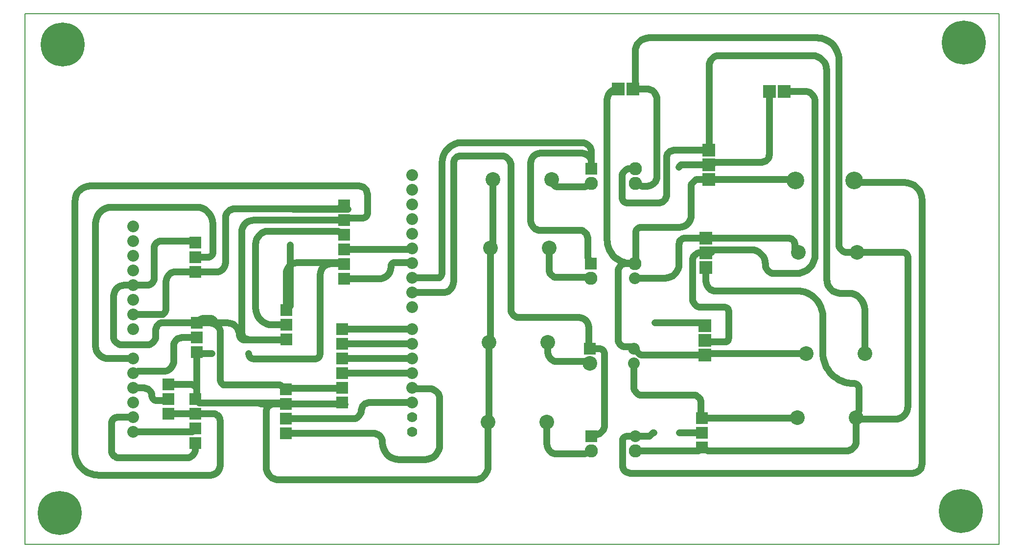
<source format=gbr>
G04 PROTEUS GERBER X2 FILE*
%TF.GenerationSoftware,Labcenter,Proteus,8.6-SP2-Build23525*%
%TF.CreationDate,2019-06-30T03:38:34+00:00*%
%TF.FileFunction,Copper,L2,Bot*%
%TF.FilePolarity,Positive*%
%TF.Part,Single*%
%FSLAX45Y45*%
%MOMM*%
G01*
%TA.AperFunction,Conductor*%
%ADD10C,1.143000*%
%TA.AperFunction,ViaPad*%
%ADD11C,0.762000*%
%TA.AperFunction,ComponentPad*%
%ADD12R,2.032000X2.032000*%
%ADD13C,2.286000*%
%TA.AperFunction,ComponentPad*%
%ADD14C,2.540000*%
%TA.AperFunction,ComponentPad*%
%ADD15C,2.032000*%
%TA.AperFunction,ComponentPad*%
%ADD16R,2.286000X2.286000*%
%TA.AperFunction,ComponentPad*%
%ADD17C,3.048000*%
%TA.AperFunction,ComponentPad*%
%ADD18C,1.778000*%
%TA.AperFunction,OtherPad,Unknown*%
%ADD19C,7.620000*%
%TA.AperFunction,Profile*%
%ADD70C,0.203200*%
%TD.AperFunction*%
D10*
X-8666000Y+3410000D02*
X-8435000Y+3410000D01*
X-8408419Y+3412587D01*
X-8383838Y+3420029D01*
X-8361732Y+3431852D01*
X-8342578Y+3447578D01*
X-8326852Y+3466732D01*
X-8315029Y+3488838D01*
X-8307587Y+3513419D01*
X-8305000Y+3540000D01*
X-8305000Y+3955000D01*
X-8305000Y+4050000D01*
X-8302513Y+4075558D01*
X-8295356Y+4099194D01*
X-8283988Y+4120450D01*
X-8268867Y+4138867D01*
X-8250450Y+4153989D01*
X-8229194Y+4165356D01*
X-8205558Y+4172513D01*
X-8180000Y+4175000D01*
X-7691600Y+4175000D01*
X-7590000Y+4150000D01*
X-8666000Y+2902000D02*
X-8188000Y+2902000D01*
X-8153367Y+2908789D01*
X-8125438Y+2927438D01*
X-8106789Y+2955367D01*
X-8100000Y+2990000D01*
X-8100000Y+3470335D01*
X-8096511Y+3506183D01*
X-8086474Y+3539335D01*
X-8070529Y+3569148D01*
X-8049320Y+3594980D01*
X-8023488Y+3616189D01*
X-7993675Y+3632134D01*
X-7960523Y+3642171D01*
X-7924675Y+3645660D01*
X-7691600Y+3645660D01*
X-7590000Y+3642000D01*
X-7590000Y+3896000D02*
X-7368733Y+3896000D01*
X-7338370Y+3901952D01*
X-7313884Y+3918301D01*
X-7297535Y+3942787D01*
X-7291583Y+3973150D01*
X-7291583Y+4475447D01*
X-7297302Y+4534213D01*
X-7313756Y+4588559D01*
X-7339894Y+4637432D01*
X-7374663Y+4679779D01*
X-7417010Y+4714548D01*
X-7465882Y+4740686D01*
X-7520228Y+4757140D01*
X-7578995Y+4762859D01*
X-9031854Y+4762859D01*
X-9090242Y+4757177D01*
X-9144238Y+4740828D01*
X-9192796Y+4714858D01*
X-9234870Y+4680314D01*
X-9269415Y+4638239D01*
X-9295385Y+4589681D01*
X-9311734Y+4535685D01*
X-9317416Y+4477297D01*
X-9317416Y+2358127D01*
X-9313130Y+2314080D01*
X-9300796Y+2273346D01*
X-9281205Y+2236714D01*
X-9255145Y+2204974D01*
X-9223405Y+2178914D01*
X-9186773Y+2159323D01*
X-9146039Y+2146989D01*
X-9101992Y+2142703D01*
X-8754900Y+2142703D01*
X-8666000Y+2140000D01*
X-8666000Y+3410000D02*
X-8821637Y+3410000D01*
X-8859498Y+3406316D01*
X-8894510Y+3395715D01*
X-8925997Y+3378875D01*
X-8953279Y+3356475D01*
X-8975679Y+3329193D01*
X-8992519Y+3297706D01*
X-9003120Y+3262694D01*
X-9006804Y+3224833D01*
X-9006804Y+2528462D01*
X-9003813Y+2497731D01*
X-8995209Y+2469312D01*
X-8981541Y+2443755D01*
X-8963359Y+2421611D01*
X-8941215Y+2403429D01*
X-8915658Y+2389761D01*
X-8887239Y+2381156D01*
X-8856508Y+2378166D01*
X-8430670Y+2378166D01*
X-8398915Y+2381256D01*
X-8369548Y+2390148D01*
X-8343140Y+2404271D01*
X-8320257Y+2423059D01*
X-8301469Y+2445942D01*
X-8287346Y+2472350D01*
X-8278454Y+2501717D01*
X-8275364Y+2533472D01*
X-8275364Y+2640043D01*
X-8272937Y+2664987D01*
X-8265952Y+2688055D01*
X-8254857Y+2708800D01*
X-8240099Y+2726775D01*
X-8222124Y+2741533D01*
X-8201379Y+2752628D01*
X-8178311Y+2759613D01*
X-8153367Y+2762040D01*
X-7999823Y+2762040D01*
X-7671600Y+2762040D01*
X-7570000Y+2760000D01*
X-7570000Y+2506000D02*
X-7820588Y+2506000D01*
X-7850464Y+2503093D01*
X-7878093Y+2494727D01*
X-7902940Y+2481439D01*
X-7924469Y+2463763D01*
X-7942145Y+2442234D01*
X-7955433Y+2417387D01*
X-7963799Y+2389758D01*
X-7966706Y+2359882D01*
X-7966706Y+2108893D01*
X-7970435Y+2070575D01*
X-7981164Y+2035139D01*
X-7998207Y+2003272D01*
X-8020877Y+1975660D01*
X-8048489Y+1952990D01*
X-8080356Y+1935947D01*
X-8115792Y+1925218D01*
X-8154110Y+1921489D01*
X-8577100Y+1921489D01*
X-8666000Y+1886000D01*
X-6030000Y+1102000D02*
X-4868000Y+1102000D01*
X-4837739Y+1104945D01*
X-4809754Y+1113418D01*
X-4784587Y+1126877D01*
X-4762781Y+1144781D01*
X-4744877Y+1166587D01*
X-4731418Y+1191754D01*
X-4722945Y+1219739D01*
X-4720000Y+1250000D01*
X-4717453Y+1276172D01*
X-4710125Y+1300375D01*
X-4698484Y+1322141D01*
X-4683000Y+1341000D01*
X-4664141Y+1356484D01*
X-4642375Y+1368125D01*
X-4618172Y+1375453D01*
X-4592000Y+1378000D01*
X-3840000Y+1378000D01*
X-6030000Y+848000D02*
X-4518000Y+848000D01*
X-4485694Y+844856D01*
X-4455818Y+835811D01*
X-4428951Y+821442D01*
X-4405672Y+802328D01*
X-4386558Y+779049D01*
X-4372189Y+752182D01*
X-4363144Y+722306D01*
X-4360000Y+690000D01*
X-4354118Y+629560D01*
X-4337195Y+573667D01*
X-4310313Y+523403D01*
X-4274554Y+479850D01*
X-4231002Y+444092D01*
X-4180738Y+417210D01*
X-4124845Y+400287D01*
X-4064405Y+394405D01*
X-3945516Y+394405D01*
X-3622977Y+394405D01*
X-3570424Y+399519D01*
X-3521824Y+414234D01*
X-3478119Y+437608D01*
X-3440249Y+468701D01*
X-3409156Y+506571D01*
X-3385782Y+550276D01*
X-3371067Y+598876D01*
X-3365953Y+651429D01*
X-3365953Y+1442659D01*
X-3369463Y+1478725D01*
X-3379561Y+1512077D01*
X-3395602Y+1542071D01*
X-3416940Y+1568060D01*
X-3442929Y+1589398D01*
X-3472923Y+1605440D01*
X-3506276Y+1615538D01*
X-3542342Y+1619048D01*
X-3751100Y+1619048D01*
X-3840000Y+1632000D01*
X-6070222Y+1629543D02*
X-6070221Y+1629543D01*
X-6070222Y+1629543D02*
X-6030000Y+1610000D01*
X-6030000Y+1356000D02*
X-5011577Y+1356000D01*
X-5000079Y+1344502D01*
X-5050000Y+1380000D01*
X-5050000Y+1888000D02*
X-3842000Y+1888000D01*
X-3840000Y+1886000D01*
X-5050000Y+2142000D02*
X-3842000Y+2142000D01*
X-3840000Y+2140000D01*
X-5050000Y+2396000D02*
X-3813959Y+2396000D01*
X-3805675Y+2387716D01*
X-3840000Y+2394000D01*
X-5050000Y+2650000D02*
X-3871411Y+2650000D01*
X-3835913Y+2614502D01*
X-3840000Y+2648000D01*
X-7042104Y+2760000D02*
X-6998606Y+2755767D01*
X-6958379Y+2743587D01*
X-6922204Y+2724240D01*
X-6890860Y+2698505D01*
X-6865124Y+2667160D01*
X-6845777Y+2630985D01*
X-6833598Y+2590759D01*
X-6829365Y+2547261D01*
X-6823413Y+2516898D01*
X-6807064Y+2492412D01*
X-6782577Y+2476063D01*
X-6752215Y+2470111D01*
X-6020000Y+2726000D02*
X-6252151Y+2726000D01*
X-6313497Y+2731970D01*
X-6370229Y+2749147D01*
X-6421248Y+2776432D01*
X-6465454Y+2812728D01*
X-6501749Y+2856934D01*
X-6529035Y+2907952D01*
X-6546212Y+2964684D01*
X-6552182Y+3026031D01*
X-6552182Y+4119642D01*
X-6547670Y+4166012D01*
X-6534686Y+4208895D01*
X-6514062Y+4247458D01*
X-6486627Y+4280873D01*
X-6453212Y+4308307D01*
X-6414649Y+4328932D01*
X-6371766Y+4341916D01*
X-6325396Y+4346428D01*
X-5121600Y+4346428D01*
X-5020000Y+4286000D01*
X-6020000Y+2980000D02*
X-6020000Y+3613649D01*
X-6030000Y+1629543D02*
X-6030000Y+1610000D01*
X-5020000Y+4540000D02*
X-6580000Y+4540000D01*
X-6622938Y+4535822D01*
X-6662646Y+4523799D01*
X-6698356Y+4504701D01*
X-6729297Y+4479297D01*
X-6754701Y+4448356D01*
X-6773799Y+4412646D01*
X-6785822Y+4372938D01*
X-6790000Y+4330000D01*
X-6790000Y+2597433D01*
X-6787467Y+2571400D01*
X-6780177Y+2547325D01*
X-6768598Y+2525674D01*
X-6753196Y+2506915D01*
X-6734436Y+2491513D01*
X-6712786Y+2479934D01*
X-6688711Y+2472644D01*
X-6662678Y+2470111D01*
X-6121600Y+2470111D01*
X-6020000Y+2472000D01*
X-6752215Y+2470111D02*
X-6662678Y+2470111D01*
X-5020000Y+3524000D02*
X-4416000Y+3524000D01*
X-4373880Y+3528099D01*
X-4334928Y+3539893D01*
X-4299899Y+3558627D01*
X-4269547Y+3583547D01*
X-4244627Y+3613899D01*
X-4225893Y+3648928D01*
X-4214099Y+3687880D01*
X-4210000Y+3730000D01*
X-4204048Y+3760362D01*
X-4187698Y+3784848D01*
X-4163212Y+3801198D01*
X-4132850Y+3807150D01*
X-3928900Y+3807150D01*
X-3840000Y+3791000D01*
X-5020000Y+4032000D02*
X-3853000Y+4032000D01*
X-3840000Y+4045000D01*
X-7590000Y+932000D02*
X-7643785Y+878215D01*
X-8577100Y+878215D01*
X-8666000Y+870000D01*
X-7590000Y+678000D02*
X-7590000Y+582144D01*
X-7593134Y+549940D01*
X-7602151Y+520159D01*
X-7616474Y+493377D01*
X-7635527Y+470171D01*
X-7658733Y+451118D01*
X-7685515Y+436795D01*
X-7715296Y+427778D01*
X-7747500Y+424644D01*
X-8911666Y+424644D01*
X-8938458Y+427251D01*
X-8963234Y+434753D01*
X-8985515Y+446669D01*
X-9004821Y+462520D01*
X-9020672Y+481826D01*
X-9032589Y+504108D01*
X-9040091Y+528884D01*
X-9042698Y+555676D01*
X-9042698Y+1024365D01*
X-9040715Y+1044737D01*
X-9035011Y+1063577D01*
X-9013897Y+1095199D01*
X-8982275Y+1116313D01*
X-8963435Y+1122017D01*
X-8943063Y+1124000D01*
X-8666000Y+1124000D01*
X-7248572Y+2760000D02*
X-7254524Y+2790362D01*
X-7270873Y+2814848D01*
X-7295359Y+2831198D01*
X-7325722Y+2837150D01*
X-7458683Y+2837150D01*
X-7489045Y+2831198D01*
X-7513532Y+2814848D01*
X-7529881Y+2790362D01*
X-7535833Y+2760000D01*
X-6030000Y+1610000D02*
X-6012142Y+1627858D01*
X-5151600Y+1627858D01*
X-5050000Y+1634000D01*
X-6420960Y+1356000D02*
X-6457998Y+1359604D01*
X-6492249Y+1369975D01*
X-6505653Y+1377143D01*
X-6131600Y+1377143D01*
X-6030000Y+1356000D01*
X-2460912Y+4076912D02*
X-2490000Y+4060000D01*
X+1313850Y+3980433D02*
X+1240000Y+3974000D01*
X+1337227Y+4003810D02*
X+1240000Y+3974000D01*
X+1338568Y+4005151D02*
X+1337227Y+4003810D01*
X+1338568Y+4005151D02*
X+1341600Y+4005151D01*
X+1337227Y+4003810D01*
X+1267884Y+3982850D02*
X+1240000Y+3974000D01*
X-1514000Y+1040000D02*
X-1514000Y+666872D01*
X-1510481Y+630707D01*
X-1500355Y+597263D01*
X-1484269Y+567187D01*
X-1462873Y+541127D01*
X-1436813Y+519730D01*
X-1406737Y+503645D01*
X-1373293Y+493519D01*
X-1337128Y+490000D01*
X-856300Y+490000D01*
X-742000Y+540000D01*
X-2510000Y+2420000D02*
X-2510000Y+1040000D01*
X-2490000Y+1020000D01*
X-2530000Y+1040000D01*
X-1494000Y+2420000D02*
X-1494000Y+2247787D01*
X-1490881Y+2215737D01*
X-1481907Y+2186098D01*
X-1467652Y+2159444D01*
X-1448690Y+2136349D01*
X-1425595Y+2117388D01*
X-1398941Y+2103133D01*
X-1369303Y+2094159D01*
X-1337253Y+2091040D01*
X-835500Y+2091040D01*
X-772000Y+2060000D01*
X-772000Y+2314000D02*
X-603242Y+2314000D01*
X-568292Y+2307149D01*
X-540107Y+2288330D01*
X-521288Y+2260144D01*
X-514437Y+2225195D01*
X-514437Y+999914D01*
X-517996Y+963340D01*
X-528237Y+929517D01*
X-544504Y+899101D01*
X-566142Y+872746D01*
X-592497Y+851108D01*
X-622913Y+834841D01*
X-656736Y+824600D01*
X-693310Y+821041D01*
X-742000Y+794000D01*
X-2450000Y+5240000D02*
X-2450000Y+4100000D01*
X-2490000Y+4060000D01*
X-3840000Y+3537000D02*
X-3403000Y+3537000D01*
X-3372637Y+3542952D01*
X-3348151Y+3559301D01*
X-3331802Y+3583787D01*
X-3325850Y+3614150D01*
X-3325850Y+5530000D01*
X-3318851Y+5601920D01*
X-3298714Y+5668430D01*
X-3266725Y+5728242D01*
X-3224174Y+5780068D01*
X-3172348Y+5822619D01*
X-3112536Y+5854608D01*
X-3046026Y+5874745D01*
X-2974106Y+5881744D01*
X-2644752Y+5881744D01*
X-915390Y+5881744D01*
X-879937Y+5878294D01*
X-847151Y+5868367D01*
X-817667Y+5852599D01*
X-792120Y+5831623D01*
X-771145Y+5806076D01*
X-755377Y+5776592D01*
X-745450Y+5743806D01*
X-742000Y+5708354D01*
X-1434000Y+5240000D02*
X-1431535Y+5214675D01*
X-1424444Y+5191255D01*
X-1413180Y+5170193D01*
X-1398197Y+5151944D01*
X-1379948Y+5136960D01*
X-1358886Y+5125696D01*
X-1335466Y+5118605D01*
X-1310141Y+5116141D01*
X-1266667Y+5116141D01*
X-856300Y+5116141D01*
X-742000Y+5176000D01*
X-1474000Y+4060000D02*
X-1474000Y+3684000D01*
X-1471334Y+3656601D01*
X-1463662Y+3631264D01*
X-1451476Y+3608478D01*
X-1435266Y+3588734D01*
X-1415522Y+3572524D01*
X-1392736Y+3560338D01*
X-1367399Y+3552666D01*
X-1340000Y+3550000D01*
X-866300Y+3550000D01*
X-752000Y+3536000D01*
X-2490000Y+4060000D02*
X-2490000Y+2440000D01*
X-2510000Y+2420000D01*
X+2974000Y+2230000D02*
X+1240000Y+2230000D01*
X+1220000Y+2210000D01*
X+1220000Y+2202000D01*
X+1220000Y+2210000D02*
X+1270000Y+2210000D01*
X+1220000Y+2202000D01*
X-136164Y+3790000D02*
X-165229Y+3787172D01*
X-192108Y+3779033D01*
X-216280Y+3766105D01*
X-237224Y+3748909D01*
X-254420Y+3727965D01*
X-267348Y+3703793D01*
X-275486Y+3676914D01*
X-278315Y+3647849D01*
X-278315Y+2473441D01*
X-275779Y+2447380D01*
X-268482Y+2423280D01*
X-256891Y+2401607D01*
X-241472Y+2382828D01*
X-222693Y+2367410D01*
X-201020Y+2355819D01*
X-176920Y+2348522D01*
X-150860Y+2345986D01*
X-73500Y+2345986D01*
X-10000Y+2314000D01*
X+1170000Y+1110000D02*
X+2837382Y+1110000D01*
X+2871648Y+1144266D01*
X+2824000Y+1120000D01*
X+20000Y+540000D02*
X+1108000Y+540000D01*
X+1170000Y+602000D01*
X+3840000Y+1120000D02*
X+3840000Y+719715D01*
X+3836492Y+683665D01*
X+3826398Y+650328D01*
X+3810364Y+620347D01*
X+3789035Y+594370D01*
X+3763058Y+573042D01*
X+3733078Y+557008D01*
X+3699740Y+546914D01*
X+3663691Y+543406D01*
X+1271600Y+543406D01*
X+1170000Y+602000D01*
X+4648458Y+3980000D02*
X+4681593Y+3973505D01*
X+4708315Y+3955663D01*
X+4726157Y+3928941D01*
X+4732652Y+3895806D01*
X+4732652Y+1319392D01*
X+4728123Y+1272855D01*
X+4715093Y+1229819D01*
X+4694395Y+1191117D01*
X+4666862Y+1157583D01*
X+4633328Y+1130050D01*
X+4594626Y+1109352D01*
X+4551590Y+1096322D01*
X+4505053Y+1091793D01*
X+3954300Y+1091793D01*
X+3840000Y+1120000D01*
X+1240000Y+4228000D02*
X+2657119Y+4228000D01*
X+2681977Y+4225581D01*
X+2704966Y+4218621D01*
X+2725639Y+4207564D01*
X+2743552Y+4192857D01*
X+2758259Y+4174944D01*
X+2769316Y+4154271D01*
X+2776276Y+4131282D01*
X+2778695Y+4106424D01*
X+2778695Y+4051305D01*
X+2780910Y+4028546D01*
X+2787282Y+4007500D01*
X+2797404Y+3988573D01*
X+2810869Y+3972174D01*
X+2827268Y+3958709D01*
X+2846195Y+3948587D01*
X+2867241Y+3942215D01*
X+2890000Y+3940000D01*
X+2840000Y+3980000D01*
X+20000Y+794000D02*
X-129420Y+794000D01*
X-159782Y+788048D01*
X-184268Y+771698D01*
X-200618Y+747212D01*
X-206570Y+716850D01*
X-206570Y+299952D01*
X-203753Y+271005D01*
X-195648Y+244236D01*
X-182773Y+220163D01*
X-165647Y+199304D01*
X-144788Y+182178D01*
X-120715Y+169304D01*
X-93946Y+161199D01*
X-65000Y+158382D01*
X+4812536Y+158382D01*
X+4846406Y+161678D01*
X+4877729Y+171162D01*
X+4905897Y+186226D01*
X+4930304Y+206266D01*
X+4950343Y+230672D01*
X+4965408Y+258841D01*
X+4974892Y+290163D01*
X+4978188Y+324034D01*
X+4978188Y+4879467D01*
X+4971962Y+4943445D01*
X+4954048Y+5002610D01*
X+4925592Y+5055816D01*
X+4887740Y+5101918D01*
X+4841638Y+5139770D01*
X+4788432Y+5168226D01*
X+4729267Y+5186140D01*
X+4665289Y+5192366D01*
X+3914300Y+5192366D01*
X+3800000Y+5230000D01*
X-10000Y+2060000D02*
X-10000Y+1653985D01*
X-7131Y+1624500D01*
X+1125Y+1597233D01*
X+14239Y+1572713D01*
X+31683Y+1551466D01*
X+52930Y+1534022D01*
X+77450Y+1520908D01*
X+104717Y+1512652D01*
X+134202Y+1509783D01*
X+1020217Y+1509783D01*
X+1047924Y+1507087D01*
X+1073546Y+1499329D01*
X+1096588Y+1487005D01*
X+1116554Y+1470613D01*
X+1132946Y+1450647D01*
X+1145270Y+1427605D01*
X+1153028Y+1401983D01*
X+1155724Y+1374276D01*
X+1155724Y+1211600D01*
X+1170000Y+1110000D01*
X+1290000Y+5242000D02*
X+2772000Y+5242000D01*
X+2784000Y+5230000D01*
X+10000Y+3536000D02*
X+529938Y+3536000D01*
X+579882Y+3540860D01*
X+626070Y+3554845D01*
X+667605Y+3577058D01*
X+703595Y+3606608D01*
X+733144Y+3642597D01*
X+755358Y+3684133D01*
X+769343Y+3730320D01*
X+774203Y+3780265D01*
X+774203Y+4120772D01*
X+776336Y+4142696D01*
X+782475Y+4162972D01*
X+792227Y+4181205D01*
X+805198Y+4197004D01*
X+820997Y+4209976D01*
X+839231Y+4219727D01*
X+859506Y+4225866D01*
X+881431Y+4228000D01*
X+1240000Y+4228000D01*
X-3840000Y+3283000D02*
X-3322321Y+3283000D01*
X-3282175Y+3286907D01*
X-3245049Y+3298147D01*
X-3211663Y+3316003D01*
X-3182734Y+3339755D01*
X-3158982Y+3368684D01*
X-3141126Y+3402070D01*
X-3129886Y+3439196D01*
X-3125979Y+3479342D01*
X-3125979Y+5522385D01*
X-3123415Y+5548728D01*
X-3116039Y+5573090D01*
X-3104322Y+5594999D01*
X-3088736Y+5613982D01*
X-3069753Y+5629568D01*
X-3047844Y+5641285D01*
X-3023482Y+5648661D01*
X-2997139Y+5651225D01*
X-2306921Y+5651225D01*
X-2271169Y+5647746D01*
X-2238106Y+5637735D01*
X-2208373Y+5621833D01*
X-2182610Y+5600681D01*
X-2161458Y+5574918D01*
X-2145556Y+5545185D01*
X-2135545Y+5512122D01*
X-2132066Y+5476370D01*
X-2132066Y+4261587D01*
X-2132066Y+2991588D01*
X-2129319Y+2963362D01*
X-2121416Y+2937260D01*
X-2108862Y+2913787D01*
X-2092163Y+2893448D01*
X-2071824Y+2876749D01*
X-2048350Y+2864195D01*
X-2022248Y+2856292D01*
X-1994023Y+2853545D01*
X-954096Y+2853545D01*
X-920225Y+2850249D01*
X-888902Y+2840765D01*
X-860734Y+2825700D01*
X-836327Y+2805661D01*
X-816288Y+2781253D01*
X-801223Y+2753085D01*
X-791739Y+2721762D01*
X-788443Y+2687892D01*
X-788443Y+2415600D01*
X-772000Y+2314000D01*
X-742000Y+5430000D02*
X-742000Y+5531158D01*
X-745305Y+5565116D01*
X-754813Y+5596520D01*
X-769917Y+5624761D01*
X-790008Y+5649231D01*
X-814478Y+5669322D01*
X-842719Y+5684426D01*
X-874123Y+5693934D01*
X-908081Y+5697239D01*
X-1622761Y+5697239D01*
X-1656956Y+5693911D01*
X-1688578Y+5684337D01*
X-1717016Y+5669127D01*
X-1741657Y+5648896D01*
X-1761888Y+5624255D01*
X-1777098Y+5595817D01*
X-1786672Y+5564195D01*
X-1790000Y+5530000D01*
X-1790000Y+4638906D01*
X-1790000Y+4526913D01*
X-1786735Y+4493361D01*
X-1777340Y+4462333D01*
X-1762417Y+4434430D01*
X-1742566Y+4410252D01*
X-1718389Y+4390402D01*
X-1690486Y+4375479D01*
X-1659458Y+4366084D01*
X-1625906Y+4362819D01*
X-1147356Y+4362819D01*
X-944892Y+4362819D01*
X-916666Y+4360072D01*
X-890564Y+4352169D01*
X-867091Y+4339615D01*
X-846752Y+4322916D01*
X-830053Y+4302577D01*
X-817499Y+4279103D01*
X-809596Y+4253001D01*
X-806849Y+4224776D01*
X-806849Y+3891600D01*
X-752000Y+3790000D01*
X-742000Y+5708354D02*
X-742000Y+5531158D01*
X-280000Y+6810000D02*
X-318849Y+6806219D01*
X-354775Y+6795342D01*
X-387084Y+6778063D01*
X-415078Y+6755078D01*
X-438063Y+6727084D01*
X-455342Y+6694775D01*
X-466220Y+6658849D01*
X-470000Y+6620000D01*
X-470000Y+6590000D01*
X-470000Y+4200000D01*
X-467929Y+4157390D01*
X-461842Y+4116168D01*
X-451926Y+4076523D01*
X-438369Y+4038643D01*
X-421359Y+4002714D01*
X-401083Y+3968925D01*
X-377729Y+3937463D01*
X-351484Y+3908516D01*
X-322537Y+3882271D01*
X-291075Y+3858917D01*
X-257286Y+3838641D01*
X-221357Y+3821631D01*
X-183477Y+3808074D01*
X-143832Y+3798158D01*
X-102610Y+3792071D01*
X-60000Y+3790000D01*
X+10000Y+3790000D01*
X-60000Y+3790000D02*
X-136164Y+3790000D01*
X-2530000Y+1040000D02*
X-2530000Y+278000D01*
X-2534680Y+229912D01*
X-2548144Y+185442D01*
X-2569532Y+145450D01*
X-2597983Y+110798D01*
X-2632635Y+82347D01*
X-2672627Y+60959D01*
X-2717097Y+47495D01*
X-2765185Y+42815D01*
X-6142815Y+42815D01*
X-6189267Y+47335D01*
X-6232224Y+60342D01*
X-6270856Y+81003D01*
X-6304329Y+108486D01*
X-6331812Y+141959D01*
X-6352473Y+180590D01*
X-6365480Y+223548D01*
X-6370000Y+270000D01*
X-6370000Y+1213111D01*
X-6367157Y+1242327D01*
X-6358976Y+1269346D01*
X-6345982Y+1293643D01*
X-6328696Y+1314696D01*
X-6307643Y+1331982D01*
X-6283346Y+1344976D01*
X-6256327Y+1353157D01*
X-6227111Y+1356000D01*
X-6030000Y+1356000D01*
X-6227111Y+1356000D02*
X-6420960Y+1356000D01*
X-7248572Y+2760000D02*
X-7247878Y+2760000D01*
X-7042104Y+2760000D01*
X-7575000Y+1425000D02*
X-7590000Y+1440000D01*
X-7575000Y+1425000D02*
X-7527143Y+1377143D01*
X-6505653Y+1377143D01*
X-7570000Y+2760000D02*
X-7535833Y+2760000D01*
X-7340000Y+2760000D01*
X-7303196Y+2756418D01*
X-7269160Y+2746113D01*
X-7238552Y+2729744D01*
X-7212031Y+2707969D01*
X-7190256Y+2681448D01*
X-7173887Y+2650840D01*
X-7163582Y+2616804D01*
X-7160000Y+2580000D01*
X-7160000Y+1770574D01*
X-7153356Y+1736680D01*
X-7135105Y+1709346D01*
X-7107771Y+1691095D01*
X-7073877Y+1684451D01*
X-6131600Y+1684451D01*
X-6056669Y+1629543D01*
X-6030000Y+1610000D01*
X-6070221Y+1629543D02*
X-6056669Y+1629543D01*
X-6030000Y+1629543D01*
X-7340000Y+2760000D02*
X-7248572Y+2760000D01*
X-7590000Y+3642000D02*
X-7233234Y+3642000D01*
X-7200388Y+3645196D01*
X-7170013Y+3654393D01*
X-7142697Y+3669002D01*
X-7119028Y+3688435D01*
X-7099595Y+3712104D01*
X-7084986Y+3739420D01*
X-7075789Y+3769795D01*
X-7072593Y+3802641D01*
X-7072593Y+4574049D01*
X-7069411Y+4606749D01*
X-7060255Y+4636988D01*
X-7045711Y+4664183D01*
X-7026364Y+4687746D01*
X-7002801Y+4707093D01*
X-6975606Y+4721637D01*
X-6945367Y+4730793D01*
X-6912667Y+4733975D01*
X-7590000Y+1186000D02*
X-7285802Y+1186000D01*
X-7261139Y+1183600D01*
X-7238332Y+1176695D01*
X-7217822Y+1165725D01*
X-7200050Y+1151134D01*
X-7185459Y+1133363D01*
X-7174490Y+1112852D01*
X-7167585Y+1090045D01*
X-7165185Y+1065383D01*
X-7165185Y+293975D01*
X-7168554Y+259352D01*
X-7178249Y+227333D01*
X-7193648Y+198539D01*
X-7214133Y+173590D01*
X-7239082Y+153105D01*
X-7267876Y+137706D01*
X-7299895Y+128011D01*
X-7334518Y+124642D01*
X-9263036Y+124642D01*
X-9306054Y+126733D01*
X-9347670Y+132878D01*
X-9387695Y+142889D01*
X-9425938Y+156576D01*
X-9462211Y+173749D01*
X-9496324Y+194219D01*
X-9528087Y+217797D01*
X-9557311Y+244292D01*
X-9583807Y+273516D01*
X-9607385Y+305280D01*
X-9627855Y+339392D01*
X-9645028Y+375665D01*
X-9658715Y+413909D01*
X-9668726Y+453933D01*
X-9674871Y+495550D01*
X-9676962Y+538568D01*
X-9676962Y+4856568D01*
X-9671534Y+4912349D01*
X-9655915Y+4963935D01*
X-9631104Y+5010325D01*
X-9598101Y+5050521D01*
X-9557905Y+5083524D01*
X-9511515Y+5108335D01*
X-9459929Y+5123954D01*
X-9404148Y+5129382D01*
X-4766295Y+5129382D01*
X-4735519Y+5126387D01*
X-4707058Y+5117770D01*
X-4681463Y+5104081D01*
X-4659286Y+5085873D01*
X-4641078Y+5063696D01*
X-4627389Y+5038101D01*
X-4618772Y+5009640D01*
X-4615777Y+4978864D01*
X-4615777Y+4659012D01*
X-4622309Y+4625691D01*
X-4640251Y+4598819D01*
X-4667123Y+4580877D01*
X-4700444Y+4574345D01*
X-4918400Y+4574345D01*
X-5020000Y+4540000D01*
X-26000Y+6810000D02*
X+211777Y+6810000D01*
X+248218Y+6806454D01*
X+281917Y+6796250D01*
X+312223Y+6780042D01*
X+338482Y+6758482D01*
X+360042Y+6732223D01*
X+376250Y+6701917D01*
X+386454Y+6668218D01*
X+390000Y+6631777D01*
X+390000Y+5990000D01*
X+390000Y+5296518D01*
X+386625Y+5261834D01*
X+376913Y+5229759D01*
X+361487Y+5200915D01*
X+340966Y+5175922D01*
X+315973Y+5155402D01*
X+287129Y+5139976D01*
X+255055Y+5130264D01*
X+220371Y+5126889D01*
X+134300Y+5126889D01*
X+20000Y+5176000D01*
X+1290000Y+5242000D02*
X+1114178Y+5242000D01*
X+1087562Y+5239410D01*
X+1062949Y+5231958D01*
X+1040815Y+5220120D01*
X+1021636Y+5204373D01*
X+1005889Y+5185194D01*
X+994051Y+5163060D01*
X+986599Y+5138446D01*
X+984009Y+5111831D01*
X+984009Y+4621434D01*
X+979881Y+4579012D01*
X+968003Y+4539781D01*
X+949135Y+4504502D01*
X+924036Y+4473933D01*
X+893467Y+4448834D01*
X+858187Y+4429966D01*
X+818957Y+4418088D01*
X+776535Y+4413960D01*
X+103812Y+4413960D01*
X+73449Y+4408008D01*
X+48963Y+4391658D01*
X+32614Y+4367172D01*
X+26662Y+4336810D01*
X+26662Y+3904300D01*
X+10000Y+3790000D01*
X+20000Y+5430000D02*
X-70000Y+5430000D01*
X-98626Y+5427214D01*
X-125098Y+5419199D01*
X-148904Y+5406467D01*
X-169531Y+5389531D01*
X-186467Y+5368904D01*
X-199199Y+5345098D01*
X-207214Y+5318625D01*
X-210000Y+5290000D01*
X-210000Y+4920000D01*
X-203828Y+4888516D01*
X-186875Y+4863125D01*
X-161484Y+4846172D01*
X-130000Y+4840000D01*
X+429259Y+4840000D01*
X+455273Y+4842531D01*
X+479330Y+4849815D01*
X+500964Y+4861385D01*
X+519709Y+4876776D01*
X+535100Y+4895522D01*
X+546671Y+4917156D01*
X+553955Y+4941213D01*
X+556486Y+4967227D01*
X+556486Y+5614801D01*
X+559113Y+5641797D01*
X+566672Y+5666762D01*
X+578679Y+5689212D01*
X+594650Y+5708665D01*
X+614103Y+5724637D01*
X+636554Y+5736644D01*
X+661519Y+5744203D01*
X+688515Y+5746830D01*
X+1188400Y+5746830D01*
X+1290000Y+5750000D01*
X+1313850Y+3980433D02*
X+1307417Y+3974000D01*
X+1332002Y+3998585D02*
X+1273118Y+3982850D01*
X+1240000Y+3974000D01*
X+1337227Y+4003810D02*
X+1332002Y+3998585D01*
X+1313850Y+3980433D01*
X+1267884Y+3982850D02*
X+1273118Y+3982850D01*
X+1341600Y+3982850D01*
X+1313850Y+3980433D01*
X+3910000Y+3980000D02*
X+3856000Y+3980000D01*
X+3683938Y+3980000D01*
X+3654239Y+3982890D01*
X+3626774Y+3991206D01*
X+3602075Y+4004415D01*
X+3580674Y+4021986D01*
X+3563103Y+4043387D01*
X+3549894Y+4068086D01*
X+3541578Y+4095551D01*
X+3538688Y+4125250D01*
X+3538688Y+7312007D01*
X+3536753Y+7351819D01*
X+3531066Y+7390333D01*
X+3509134Y+7462767D01*
X+3474297Y+7527906D01*
X+3427956Y+7584348D01*
X+3371514Y+7630689D01*
X+3306375Y+7665526D01*
X+3233941Y+7687458D01*
X+3195427Y+7693145D01*
X+3155615Y+7695080D01*
X+259124Y+7695080D01*
X+209011Y+7690203D01*
X+162668Y+7676172D01*
X+120993Y+7653883D01*
X+84882Y+7624234D01*
X+55233Y+7588123D01*
X+32944Y+7546448D01*
X+18913Y+7500105D01*
X+14036Y+7449992D01*
X+14036Y+6911600D01*
X-26000Y+6810000D01*
X+3910000Y+3980000D02*
X+4648458Y+3980000D01*
X+3990000Y+2230000D02*
X+3990000Y+2980039D01*
X+3984168Y+3039968D01*
X+3967388Y+3095389D01*
X+3940733Y+3145229D01*
X+3905276Y+3188414D01*
X+3862091Y+3223871D01*
X+3812251Y+3250526D01*
X+3756830Y+3267306D01*
X+3696901Y+3273138D01*
X+3567411Y+3273138D01*
X+3518531Y+3277895D01*
X+3473328Y+3291581D01*
X+3432678Y+3313322D01*
X+3397455Y+3342241D01*
X+3368536Y+3377464D01*
X+3346795Y+3418114D01*
X+3333109Y+3463317D01*
X+3328352Y+3512197D01*
X+3328352Y+7127961D01*
X+3323199Y+7180914D01*
X+3308372Y+7229884D01*
X+3284820Y+7273922D01*
X+3253490Y+7312080D01*
X+3215332Y+7343409D01*
X+3171295Y+7366961D01*
X+3122325Y+7381788D01*
X+3069372Y+7386941D01*
X+1465687Y+7386941D01*
X+1431064Y+7383572D01*
X+1399045Y+7373877D01*
X+1370250Y+7358477D01*
X+1345301Y+7337993D01*
X+1324816Y+7313043D01*
X+1309417Y+7284249D01*
X+1299722Y+7252230D01*
X+1296353Y+7217607D01*
X+1296353Y+5851600D01*
X+1290000Y+5750000D01*
X+1240000Y+3720000D02*
X+1240000Y+3478903D01*
X+1243301Y+3444977D01*
X+1252801Y+3413603D01*
X+1267890Y+3385389D01*
X+1287962Y+3360942D01*
X+1312408Y+3340871D01*
X+1340622Y+3325782D01*
X+1371996Y+3316282D01*
X+1405922Y+3312981D01*
X+2810392Y+3312981D01*
X+2856976Y+3310717D01*
X+2902042Y+3304062D01*
X+2945384Y+3293222D01*
X+2986797Y+3278400D01*
X+3026076Y+3259804D01*
X+3063017Y+3237637D01*
X+3097413Y+3212105D01*
X+3129059Y+3183413D01*
X+3157751Y+3151767D01*
X+3183283Y+3117371D01*
X+3205450Y+3080430D01*
X+3224046Y+3041151D01*
X+3238867Y+2999738D01*
X+3249708Y+2956396D01*
X+3256363Y+2911330D01*
X+3258627Y+2864746D01*
X+3258627Y+2257138D01*
X+3261394Y+2200202D01*
X+3269528Y+2145122D01*
X+3282777Y+2092148D01*
X+3300892Y+2041532D01*
X+3323621Y+1993524D01*
X+3350714Y+1948374D01*
X+3381920Y+1906335D01*
X+3416988Y+1867656D01*
X+3455667Y+1832588D01*
X+3497706Y+1801382D01*
X+3542856Y+1774289D01*
X+3590864Y+1751560D01*
X+3641480Y+1733445D01*
X+3694454Y+1720196D01*
X+3749534Y+1712062D01*
X+3806470Y+1709295D01*
X+3836832Y+1703343D01*
X+3861318Y+1686994D01*
X+3877668Y+1662507D01*
X+3883620Y+1632145D01*
X+3883620Y+1234300D01*
X+3840000Y+1120000D01*
X+1142175Y+3974000D02*
X+1114208Y+3971278D01*
X+1088345Y+3963448D01*
X+1065087Y+3951009D01*
X+1044934Y+3934462D01*
X+1028388Y+3914310D01*
X+1015949Y+3891051D01*
X+1008118Y+3865189D01*
X+1005397Y+3837222D01*
X+1005397Y+3182064D01*
X+1008405Y+3151150D01*
X+1017061Y+3122562D01*
X+1030811Y+3096853D01*
X+1049101Y+3074577D01*
X+1071377Y+3056287D01*
X+1097086Y+3042537D01*
X+1125674Y+3033881D01*
X+1156588Y+3030873D01*
X+1559127Y+3030873D01*
X+1589489Y+3024921D01*
X+1613976Y+3008572D01*
X+1630325Y+2984085D01*
X+1636277Y+2953723D01*
X+1636277Y+2506746D01*
X+1630325Y+2476383D01*
X+1613976Y+2451897D01*
X+1589489Y+2435548D01*
X+1559127Y+2429596D01*
X+1321600Y+2429596D01*
X+1220000Y+2456000D01*
X+20000Y+794000D02*
X+260269Y+794000D01*
X+320000Y+853731D01*
X+340159Y+853731D01*
X+360000Y+2760000D02*
X+1125079Y+2760000D01*
X+1166667Y+2718412D01*
X+1220000Y+2710000D01*
X+1341056Y+5530000D02*
X+1324000Y+5530000D01*
X+1290000Y+5496000D01*
X+1341056Y+5530000D02*
X+1290000Y+5496000D01*
X-5051138Y+3784743D02*
X-5051140Y+3784743D01*
X-5243858Y+3784743D01*
X-5282416Y+3780991D01*
X-5318074Y+3770194D01*
X-5350141Y+3753044D01*
X-5377926Y+3730232D01*
X-5400739Y+3702447D01*
X-5417888Y+3670380D01*
X-5428685Y+3634722D01*
X-5432437Y+3596164D01*
X-5432437Y+2225370D01*
X-5439435Y+2189669D01*
X-5458659Y+2160878D01*
X-5487450Y+2141654D01*
X-5523151Y+2134656D01*
X-6581484Y+2134656D01*
X-6617185Y+2141654D01*
X-6645977Y+2160878D01*
X-6665200Y+2189669D01*
X-6672199Y+2225371D01*
X-7307199Y+2225371D02*
X-7468400Y+2225371D01*
X-7570000Y+2252000D01*
X-5833649Y+3800000D02*
X-5121600Y+3800000D01*
X-5051140Y+3784743D01*
X-5051138Y+3784743D02*
X-5020000Y+3778000D01*
X-5020000Y+4794000D02*
X-4956194Y+4730194D01*
X-5896219Y+4730194D01*
X-5900000Y+4733975D01*
X-5950000Y+4110000D02*
X-5950000Y+3759379D01*
X-5950000Y+3050000D01*
X-6020000Y+2980000D01*
X-6020000Y+3613649D02*
X-6016292Y+3651752D01*
X-6005623Y+3686988D01*
X-5988676Y+3718676D01*
X-5966133Y+3746133D01*
X-5950000Y+3759379D01*
X-5938676Y+3768676D01*
X-5906988Y+3785623D01*
X-5871752Y+3796292D01*
X-5833649Y+3800000D01*
X-6912667Y+4733975D02*
X-5900000Y+4733975D01*
X-5121600Y+4733975D01*
X-5020000Y+4794000D01*
X+1220000Y+2202000D02*
X+151444Y+2202000D01*
X+127401Y+2204340D01*
X+105167Y+2211071D01*
X+85172Y+2221765D01*
X+67847Y+2235989D01*
X+53623Y+2253314D01*
X+42929Y+2273309D01*
X+36198Y+2295543D01*
X+33858Y+2319586D01*
X-10000Y+2314000D01*
X+1190000Y+3974000D02*
X+1240000Y+3974000D01*
X+1307417Y+3974000D01*
X+1190000Y+3974000D02*
X+1142175Y+3974000D01*
X+1290000Y+5496000D02*
X+808532Y+5496000D01*
X+768982Y+5456450D01*
X+780000Y+860000D02*
X+1166000Y+860000D01*
X+1170000Y+856000D01*
X+2336000Y+6770000D02*
X+2336000Y+5678758D01*
X+2333292Y+5650936D01*
X+2325502Y+5625206D01*
X+2313127Y+5602068D01*
X+2296666Y+5582019D01*
X+2276618Y+5565558D01*
X+2253480Y+5553184D01*
X+2227750Y+5545393D01*
X+2199928Y+5542686D01*
X+1404300Y+5542686D01*
X+1290000Y+5496000D01*
X+2590000Y+6770000D02*
X+2936409Y+6770000D01*
X+2975769Y+6766170D01*
X+3012168Y+6755149D01*
X+3044901Y+6737642D01*
X+3073264Y+6714355D01*
X+3096551Y+6685993D01*
X+3114058Y+6653259D01*
X+3125079Y+6616860D01*
X+3128909Y+6577500D01*
X+3128909Y+3955185D01*
X+3122124Y+3885458D01*
X+3102600Y+3820976D01*
X+3071587Y+3762988D01*
X+3030333Y+3712742D01*
X+2980088Y+3671489D01*
X+2922100Y+3640476D01*
X+2857618Y+3620952D01*
X+2787891Y+3614167D01*
X+2423355Y+3614167D01*
X+2392098Y+3617209D01*
X+2363192Y+3625961D01*
X+2337197Y+3639863D01*
X+2314673Y+3658356D01*
X+2296180Y+3680880D01*
X+2282278Y+3706875D01*
X+2273526Y+3735781D01*
X+2270484Y+3767038D01*
X+2265336Y+3819934D01*
X+2250525Y+3868852D01*
X+2226998Y+3912842D01*
X+2195702Y+3950960D01*
X+2157585Y+3982255D01*
X+2113595Y+4005782D01*
X+2064677Y+4020593D01*
X+2011781Y+4025741D01*
X+2011780Y+4025741D01*
X+1354300Y+4025741D01*
X+1240000Y+3974000D01*
X-8060000Y+1698000D02*
X-7678000Y+1698000D01*
X-7655917Y+1695851D01*
X-7635496Y+1689668D01*
X-7617131Y+1679846D01*
X-7601219Y+1666781D01*
X-7588154Y+1650869D01*
X-7578332Y+1632504D01*
X-7572149Y+1612083D01*
X-7570000Y+1590000D01*
X-7570000Y+1541600D01*
X-7590000Y+1440000D01*
X-7570000Y+2252000D02*
X-7570000Y+1590000D01*
X-7570000Y+1541600D02*
X-7570000Y+1430000D01*
X-7575000Y+1425000D01*
X-8060000Y+1190000D02*
X-7594000Y+1190000D01*
X-7590000Y+1186000D01*
X-8666000Y+1632000D02*
X-8483058Y+1632000D01*
X-8455419Y+1629310D01*
X-8429859Y+1621571D01*
X-8406874Y+1609278D01*
X-8386957Y+1592926D01*
X-8370605Y+1573009D01*
X-8358312Y+1550023D01*
X-8350573Y+1524464D01*
X-8347883Y+1496825D01*
X-8341931Y+1466462D01*
X-8325582Y+1441976D01*
X-8301095Y+1425627D01*
X-8270733Y+1419675D01*
X-8161600Y+1419675D01*
X-8060000Y+1444000D01*
D11*
X+340159Y+853731D03*
X+360000Y+2760000D03*
X-6672199Y+2225371D03*
X-7307199Y+2225371D03*
X-5900000Y+4733975D03*
X-5950000Y+4110000D03*
X+768982Y+5456450D03*
X+780000Y+860000D03*
D12*
X-742000Y+5430000D03*
D13*
X-742000Y+5176000D03*
X+20000Y+5176000D03*
X+20000Y+5430000D03*
D14*
X-1434000Y+5240000D03*
X-2450000Y+5240000D03*
D12*
X-752000Y+3790000D03*
D13*
X-752000Y+3536000D03*
D15*
X+10000Y+3536000D03*
D13*
X+10000Y+3790000D03*
D14*
X-1474000Y+4060000D03*
X-2490000Y+4060000D03*
X-1494000Y+2420000D03*
X-2510000Y+2420000D03*
D12*
X-742000Y+794000D03*
D13*
X-742000Y+540000D03*
X+20000Y+540000D03*
D15*
X+20000Y+794000D03*
D14*
X-1514000Y+1040000D03*
X-2530000Y+1040000D03*
D16*
X+1290000Y+5750000D03*
X+1290000Y+5496000D03*
X+1290000Y+5242000D03*
X+1240000Y+4228000D03*
X+1240000Y+3974000D03*
X+1240000Y+3720000D03*
X+1220000Y+2710000D03*
X+1220000Y+2456000D03*
X+1220000Y+2202000D03*
D12*
X+1170000Y+1110000D03*
X+1170000Y+856000D03*
X+1170000Y+602000D03*
D14*
X+3990000Y+2230000D03*
X+2974000Y+2230000D03*
X+2840000Y+3980000D03*
X+3856000Y+3980000D03*
D17*
X+3800000Y+5230000D03*
X+2784000Y+5230000D03*
D14*
X+2824000Y+1120000D03*
X+3840000Y+1120000D03*
D12*
X-772000Y+2314000D03*
D14*
X-772000Y+2060000D03*
D15*
X-10000Y+2060000D03*
X-10000Y+2314000D03*
D12*
X-7590000Y+3642000D03*
X-7590000Y+3896000D03*
X-7590000Y+4150000D03*
X-7570000Y+2252000D03*
X-7570000Y+2506000D03*
X-7570000Y+2760000D03*
X-6020000Y+2980000D03*
X-6020000Y+2726000D03*
X-6020000Y+2472000D03*
X-5050000Y+2650000D03*
X-5050000Y+2396000D03*
X-5050000Y+2142000D03*
X-5050000Y+1888000D03*
X-5050000Y+1634000D03*
X-5050000Y+1380000D03*
D18*
X-3840000Y+870000D03*
X-3840000Y+1124000D03*
D15*
X-3840000Y+1378000D03*
X-3840000Y+1632000D03*
X-8666000Y+3664000D03*
X-3840000Y+1886000D03*
X-3840000Y+2140000D03*
X-8666000Y+3410000D03*
X-3840000Y+2394000D03*
X-3840000Y+2648000D03*
X-3840000Y+3029000D03*
X-3840000Y+3283000D03*
X-3840000Y+3537000D03*
X-3840000Y+3791000D03*
X-3840000Y+4045000D03*
X-3840000Y+4299000D03*
X-8666000Y+4426000D03*
X-8666000Y+2140000D03*
X-8666000Y+1886000D03*
X-8666000Y+1632000D03*
X-8666000Y+1378000D03*
X-8666000Y+1124000D03*
X-8666000Y+870000D03*
X-3840000Y+4807000D03*
X-8666000Y+3156000D03*
X-8666000Y+2902000D03*
X-3840000Y+4553000D03*
X-8666000Y+4172000D03*
X-8666000Y+3918000D03*
X-3840000Y+5315000D03*
X-3840000Y+5061000D03*
X-8666000Y+2648000D03*
D12*
X-5020000Y+4794000D03*
X-5020000Y+4540000D03*
X-5020000Y+4286000D03*
X-5020000Y+4032000D03*
X-5020000Y+3778000D03*
X-5020000Y+3524000D03*
X-6030000Y+1610000D03*
X-6030000Y+1356000D03*
X-6030000Y+1102000D03*
X-6030000Y+848000D03*
X-7590000Y+678000D03*
X-7590000Y+932000D03*
X-7590000Y+1186000D03*
X-7590000Y+1440000D03*
D16*
X-280000Y+6810000D03*
X-26000Y+6810000D03*
X+2336000Y+6770000D03*
X+2590000Y+6770000D03*
D12*
X-8060000Y+1190000D03*
X-8060000Y+1444000D03*
X-8060000Y+1698000D03*
D19*
X-9940000Y-530000D03*
X-9890000Y+7580000D03*
X+5700000Y+7610000D03*
X+5650000Y-500000D03*
D70*
X-10540000Y-1070000D02*
X+6310000Y-1070000D01*
X+6310000Y+8110000D01*
X-10540000Y+8110000D01*
X-10540000Y-1070000D01*
M02*

</source>
